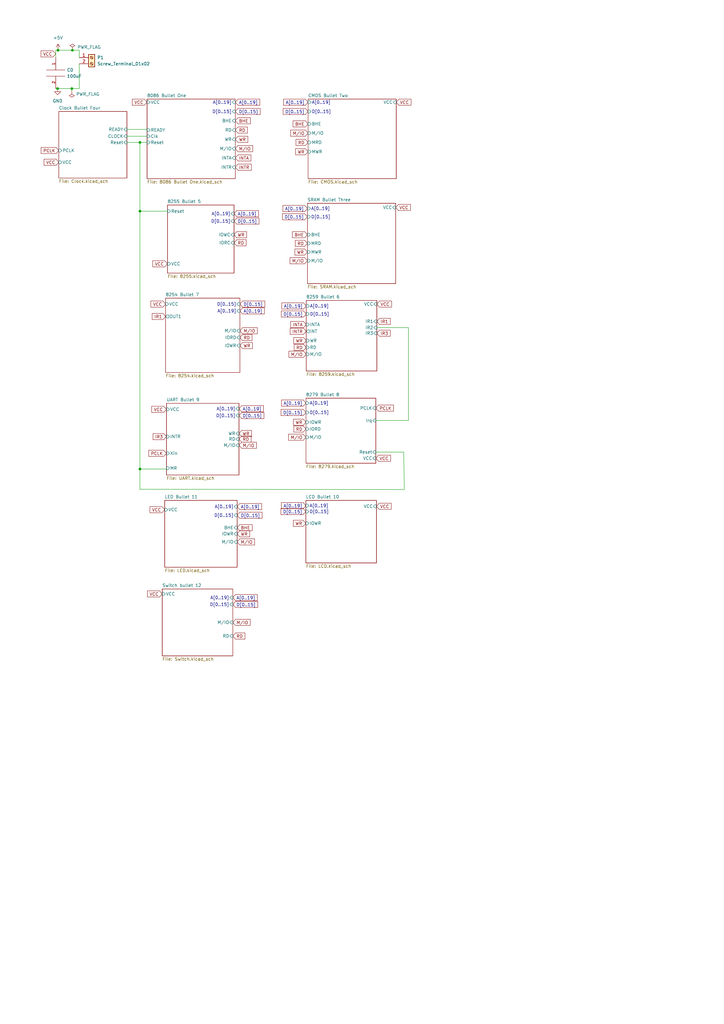
<source format=kicad_sch>
(kicad_sch (version 20211123) (generator eeschema)
  (paper "A3" portrait)
  (lib_symbols
    (symbol "Connector:Screw_Terminal_01x02" (pin_names (offset 1.016) hide)
      (property "Reference" "J" (at 0 2.54 0))
      (property "Value" "Screw_Terminal_01x02" (at 0 -5.08 0))
      (symbol "Screw_Terminal_01x02_1_1"
        (rectangle (start -1.27 1.27) (end 1.27 -3.81) (stroke (width 0.254)) (fill (type background)))
        (circle (center 0 -2.54) (radius 0.635) (stroke (width 0.1524)))
        (polyline (pts (xy -0.5334 -2.2098) (xy 0.3302 -3.048)) (stroke (width 0.1524)))
        (polyline (pts (xy -0.5334 0.3302) (xy 0.3302 -0.508)) (stroke (width 0.1524)))
        (polyline (pts (xy -0.3556 -2.032) (xy 0.508 -2.8702)) (stroke (width 0.1524)))
        (polyline (pts (xy -0.3556 0.508) (xy 0.508 -0.3302)) (stroke (width 0.1524)))
        (circle (center 0 0) (radius 0.635) (stroke (width 0.1524)))
        (pin passive line (at -5.08 0 0) (length 3.81) (name "Pin_1") (number "1"))
        (pin passive line (at -5.08 -2.54 0) (length 3.81) (name "Pin_2") (number "2"))
      )
    )
    (symbol "power:+5V" (power) (pin_names (offset 0))
      (property "Value" "+5V" (at 0 3.556 0))
      (symbol "+5V_0_1"
        (polyline (pts (xy -0.762 1.27) (xy 0 2.54)))
        (polyline (pts (xy 0 0) (xy 0 2.54)))
        (polyline (pts (xy 0 2.54) (xy 0.762 1.27)))
      )
      (symbol "+5V_1_1"
        (pin power_in line (at 0 0 90) (length 0) hide (name "+5V") (number "1"))
      )
    )
    (symbol "power:GND" (power) (pin_names (offset 0))
      (property "Value" "GND" (at 0 -3.81 0))
      (symbol "GND_0_1"
        (polyline (pts (xy 0 0) (xy 0 -1.27) (xy 1.27 -1.27) (xy 0 -2.54) (xy -1.27 -1.27) (xy 0 -1.27)))
      )
      (symbol "GND_1_1"
        (pin power_in line (at 0 0 270) (length 0) hide (name "GND") (number "1"))
      )
    )
    (symbol "power:PWR_FLAG" (power) (pin_numbers hide) (pin_names (offset 0) hide)
      (property "Value" "PWR_FLAG" (at 0 3.81 0))
      (symbol "PWR_FLAG_0_0"
        (pin power_out line (at 0 0 90) (length 0) (name "pwr") (number "1"))
      )
      (symbol "PWR_FLAG_0_1"
        (polyline (pts (xy 0 0) (xy 0 1.27) (xy -1.016 1.905) (xy 0 2.54) (xy 1.016 1.905) (xy 0 1.27)))
      )
    )
    (symbol "pspice:CAP" (pin_names (offset 0.254))
      (property "Reference" "C" (at 2.54 3.81 90))
      (property "Value" "CAP" (at 2.54 -3.81 90))
      (symbol "CAP_0_1"
        (polyline (pts (xy -3.81 -1.27) (xy 3.81 -1.27)))
        (polyline (pts (xy -3.81 1.27) (xy 3.81 1.27)))
      )
      (symbol "CAP_1_1"
        (pin passive line (at 0 6.35 270) (length 5.08) (name "~") (number "1"))
        (pin passive line (at 0 -6.35 90) (length 5.08) (name "~") (number "2"))
      )
    )
  )
  (junction (at 57.404 58.42))
  (junction (at 29.7017 20.6107))
  (junction (at 23.622 36.322))
  (junction (at 29.464 36.322))
  (junction (at 23.8018 20.6107))
  (junction (at 57.404 192.362))
  (junction (at 57.404 86.614))
  (wire (pts (xy 29.7017 20.6107) (xy 32.512 20.6107)))
  (wire (pts (xy 57.404 86.614) (xy 68.707 86.614)))
  (wire (pts (xy 29.464 36.322) (xy 32.512 36.322)))
  (wire (pts (xy 23.622 36.322) (xy 29.464 36.322)))
  (wire (pts (xy 57.404 58.42) (xy 57.404 86.614)))
  (wire (pts (xy 167.5529 134.366) (xy 154.591 134.366)))
  (wire (pts (xy 57.404 192.362) (xy 57.404 200.66)))
  (wire (pts (xy 32.512 20.6107) (xy 32.512 23.622)))
  (wire (pts (xy 57.404 192.362) (xy 68.285 192.362)))
  (wire (pts (xy 32.512 26.162) (xy 32.512 36.322)))
  (wire (pts (xy 29.464 37.338) (xy 29.464 36.322)))
  (wire (pts (xy 154.178 172.466) (xy 167.5529 172.466)))
  (wire (pts (xy 57.404 86.614) (xy 57.404 192.362)))
  (wire (pts (xy 22.86 20.6107) (xy 22.86 23.622)))
  (wire (pts (xy 165.862 200.7889) (xy 165.608 185.42)))
  (wire (pts (xy 52.07 53.086) (xy 60.325 53.086)))
  (wire (pts (xy 22.86 20.6107) (xy 23.8018 20.6107)))
  (wire (pts (xy 23.8018 20.6107) (xy 29.7017 20.6107)))
  (wire (pts (xy 57.404 58.42) (xy 60.325 58.42)))
  (wire (pts (xy 57.404 200.66) (xy 165.862 200.7889)))
  (wire (pts (xy 165.608 185.42) (xy 154.178 185.42)))
  (wire (pts (xy 52.07 58.42) (xy 57.404 58.42)))
  (wire (pts (xy 60.325 53.086) (xy 60.325 53.34)))
  (wire (pts (xy 22.86 36.322) (xy 23.622 36.322)))
  (wire (pts (xy 167.5529 172.466) (xy 167.5529 134.366)))
  (wire (pts (xy 52.07 55.88) (xy 60.325 55.88)))
  (wire (pts (xy 68.285 192.362) (xy 68.285 192.024)))
  (global_label "M{slash}IO" (shape input) (at 96.52 60.96 0) (property "Intersheet References" "${INTERSHEET_REFS}" (effects hide)))
  (global_label "WR" (shape input) (at 126.1098 103.378 180) (property "Intersheet References" "${INTERSHEET_REFS}" (effects hide)))
  (global_label "VCC" (shape input) (at 24.13 66.548 180) (property "Intersheet References" "${INTERSHEET_REFS}" (effects hide)))
  (global_label "RD" (shape input) (at 95.504 260.858 0) (property "Intersheet References" "${INTERSHEET_REFS}" (effects hide)))
  (global_label "VCC" (shape input) (at 60.325 41.91 180) (property "Intersheet References" "${INTERSHEET_REFS}" (effects hide)))
  (global_label "M{slash}IO" (shape input) (at 98.044 182.626 0) (property "Intersheet References" "${INTERSHEET_REFS}" (effects hide)))
  (global_label "A[0..19]" (shape input) (at 125.5151 165.2975 180) (property "Intersheet References" "${INTERSHEET_REFS}" (effects hide)))
  (global_label "VCC" (shape input) (at 154.178 187.96 0) (property "Intersheet References" "${INTERSHEET_REFS}" (effects hide)))
  (global_label "A[0..19]" (shape input) (at 126.1098 85.498 180) (property "Intersheet References" "${INTERSHEET_REFS}" (effects hide)))
  (global_label "WR" (shape input) (at 97.282 218.948 0) (property "Intersheet References" "${INTERSHEET_REFS}" (effects hide)))
  (global_label "BHE" (shape input) (at 126.1098 96.266 180) (property "Intersheet References" "${INTERSHEET_REFS}" (effects hide)))
  (global_label "D[0..15]" (shape input) (at 98.4102 124.714 0) (property "Intersheet References" "${INTERSHEET_REFS}" (effects hide)))
  (global_label "VCC" (shape input) (at 162.56 41.91 0) (property "Intersheet References" "${INTERSHEET_REFS}" (effects hide)))
  (global_label "D[0..15]" (shape input) (at 125.635 128.778 180) (property "Intersheet References" "${INTERSHEET_REFS}" (effects hide)))
  (global_label "A[0..19]" (shape input) (at 125.635 125.476 180) (property "Intersheet References" "${INTERSHEET_REFS}" (effects hide)))
  (global_label "BHE" (shape input) (at 96.52 49.53 0) (property "Intersheet References" "${INTERSHEET_REFS}" (effects hide)))
  (global_label "M{slash}IO" (shape input) (at 97.282 222.25 0) (property "Intersheet References" "${INTERSHEET_REFS}" (effects hide)))
  (global_label "RD" (shape input) (at 126.3832 58.42 180) (property "Intersheet References" "${INTERSHEET_REFS}" (effects hide)))
  (global_label "VCC" (shape input) (at 154.432 207.6613 0) (property "Intersheet References" "${INTERSHEET_REFS}" (effects hide)))
  (global_label "WR" (shape input) (at 98.044 177.8 0) (property "Intersheet References" "${INTERSHEET_REFS}" (effects hide)))
  (global_label "VCC" (shape input) (at 67.9302 124.714 180) (property "Intersheet References" "${INTERSHEET_REFS}" (effects hide)))
  (global_label "WR" (shape input) (at 125.635 139.7 180) (property "Intersheet References" "${INTERSHEET_REFS}" (effects hide)))
  (global_label "PCLK" (shape input) (at 154.178 167.386 0) (property "Intersheet References" "${INTERSHEET_REFS}" (effects hide)))
  (global_label "RD" (shape input) (at 126.1098 99.822 180) (property "Intersheet References" "${INTERSHEET_REFS}" (effects hide)))
  (global_label "VCC" (shape input) (at 68.285 167.894 180) (property "Intersheet References" "${INTERSHEET_REFS}" (effects hide)))
  (global_label "INTA" (shape input) (at 96.52 64.77 0) (property "Intersheet References" "${INTERSHEET_REFS}" (effects hide)))
  (global_label "PCLK" (shape input) (at 68.285 185.928 180) (property "Intersheet References" "${INTERSHEET_REFS}" (effects hide)))
  (global_label "A[0..19]" (shape input) (at 125.476 207.3777 180) (property "Intersheet References" "${INTERSHEET_REFS}" (effects hide)))
  (global_label "INTR" (shape input) (at 96.52 68.58 0) (property "Intersheet References" "${INTERSHEET_REFS}" (effects hide)))
  (global_label "VCC" (shape input) (at 22.86 22.098 180) (property "Intersheet References" "${INTERSHEET_REFS}" (effects hide)))
  (global_label "M{slash}IO" (shape input) (at 98.4102 135.636 0) (property "Intersheet References" "${INTERSHEET_REFS}" (effects hide)))
  (global_label "WR" (shape input) (at 126.3832 62.23 180) (property "Intersheet References" "${INTERSHEET_REFS}" (effects hide)))
  (global_label "VCC" (shape input) (at 154.591 124.714 0) (property "Intersheet References" "${INTERSHEET_REFS}" (effects hide)))
  (global_label "RD" (shape input) (at 98.044 180.086 0) (property "Intersheet References" "${INTERSHEET_REFS}" (effects hide)))
  (global_label "D[0..15]" (shape input) (at 98.044 170.434 0) (property "Intersheet References" "${INTERSHEET_REFS}" (effects hide)))
  (global_label "M{slash}IO" (shape input) (at 95.504 255.27 0) (property "Intersheet References" "${INTERSHEET_REFS}" (effects hide)))
  (global_label "IR1" (shape input) (at 67.9302 129.794 180) (property "Intersheet References" "${INTERSHEET_REFS}" (effects hide)))
  (global_label "VCC" (shape input) (at 67.564 209.042 180) (property "Intersheet References" "${INTERSHEET_REFS}" (effects hide)))
  (global_label "M{slash}IO" (shape input) (at 126.1098 106.934 180) (property "Intersheet References" "${INTERSHEET_REFS}" (effects hide)))
  (global_label "BHE" (shape input) (at 97.282 216.408 0) (property "Intersheet References" "${INTERSHEET_REFS}" (effects hide)))
  (global_label "VCC" (shape input) (at 66.548 243.586 180) (property "Intersheet References" "${INTERSHEET_REFS}" (effects hide)))
  (global_label "D[0..15]" (shape input) (at 125.5151 169.164 180) (property "Intersheet References" "${INTERSHEET_REFS}" (effects hide)))
  (global_label "RD" (shape input) (at 98.4102 138.43 0) (property "Intersheet References" "${INTERSHEET_REFS}" (effects hide)))
  (global_label "INTR" (shape input) (at 125.635 135.89 180) (property "Intersheet References" "${INTERSHEET_REFS}" (effects hide)))
  (global_label "BHE" (shape input) (at 126.3832 50.8 180) (property "Intersheet References" "${INTERSHEET_REFS}" (effects hide)))
  (global_label "INTA" (shape input) (at 125.635 133.096 180) (property "Intersheet References" "${INTERSHEET_REFS}" (effects hide)))
  (global_label "WR" (shape input) (at 98.4102 141.732 0) (property "Intersheet References" "${INTERSHEET_REFS}" (effects hide)))
  (global_label "A[0..19]" (shape input) (at 95.504 245.11 0) (property "Intersheet References" "${INTERSHEET_REFS}" (effects hide)))
  (global_label "M{slash}IO" (shape input) (at 126.3832 54.61 180) (property "Intersheet References" "${INTERSHEET_REFS}" (effects hide)))
  (global_label "RD" (shape input) (at 96.012 99.568 0) (property "Intersheet References" "${INTERSHEET_REFS}" (effects hide)))
  (global_label "WR" (shape input) (at 96.52 57.15 0) (property "Intersheet References" "${INTERSHEET_REFS}" (effects hide)))
  (global_label "PCLK" (shape input) (at 24.13 61.722 180) (property "Intersheet References" "${INTERSHEET_REFS}" (effects hide)))
  (global_label "WR" (shape input) (at 125.5151 173.1712 180) (property "Intersheet References" "${INTERSHEET_REFS}" (effects hide)))
  (global_label "A[0..19]" (shape input) (at 98.044 167.64 0) (property "Intersheet References" "${INTERSHEET_REFS}" (effects hide)))
  (global_label "M{slash}IO" (shape input) (at 125.635 145.288 180) (property "Intersheet References" "${INTERSHEET_REFS}" (effects hide)))
  (global_label "WR" (shape input) (at 125.476 214.63 180) (property "Intersheet References" "${INTERSHEET_REFS}" (effects hide)))
  (global_label "A[0..19]" (shape input) (at 96.52 41.91 0) (property "Intersheet References" "${INTERSHEET_REFS}" (effects hide)))
  (global_label "D[0..15]" (shape input) (at 96.012 90.678 0) (property "Intersheet References" "${INTERSHEET_REFS}" (effects hide)))
  (global_label "WR" (shape input) (at 96.012 96.266 0) (property "Intersheet References" "${INTERSHEET_REFS}" (effects hide)))
  (global_label "VCC" (shape input) (at 162.3247 85.09 0) (property "Intersheet References" "${INTERSHEET_REFS}" (effects hide)))
  (global_label "A[0..19]" (shape input) (at 126.3832 41.91 180) (property "Intersheet References" "${INTERSHEET_REFS}" (effects hide)))
  (global_label "D[0..15]" (shape input) (at 96.52 45.72 0) (property "Intersheet References" "${INTERSHEET_REFS}" (effects hide)))
  (global_label "D[0..15]" (shape input) (at 126.1098 88.9 180) (property "Intersheet References" "${INTERSHEET_REFS}" (effects hide)))
  (global_label "A[0..19]" (shape input) (at 98.4102 127.508 0) (property "Intersheet References" "${INTERSHEET_REFS}" (effects hide)))
  (global_label "IR1" (shape input) (at 154.591 131.826 0) (property "Intersheet References" "${INTERSHEET_REFS}" (effects hide)))
  (global_label "D[0..15]" (shape input) (at 97.282 211.328 0) (property "Intersheet References" "${INTERSHEET_REFS}" (effects hide)))
  (global_label "D[0..15]" (shape input) (at 126.3832 45.72 180) (property "Intersheet References" "${INTERSHEET_REFS}" (effects hide)))
  (global_label "IR3" (shape input) (at 68.285 179.07 180) (property "Intersheet References" "${INTERSHEET_REFS}" (effects hide)))
  (global_label "VCC" (shape input) (at 68.707 108.204 180) (property "Intersheet References" "${INTERSHEET_REFS}" (effects hide)))
  (global_label "A[0..19]" (shape input) (at 96.012 87.63 0) (property "Intersheet References" "${INTERSHEET_REFS}" (effects hide)))
  (global_label "RD" (shape input) (at 125.5151 175.9652 180) (property "Intersheet References" "${INTERSHEET_REFS}" (effects hide)))
  (global_label "RD" (shape input) (at 96.52 53.34 0) (property "Intersheet References" "${INTERSHEET_REFS}" (effects hide)))
  (global_label "D[0..15]" (shape input) (at 95.504 247.904 0) (property "Intersheet References" "${INTERSHEET_REFS}" (effects hide)))
  (global_label "D[0..15]" (shape input) (at 125.476 209.8039 180) (property "Intersheet References" "${INTERSHEET_REFS}" (effects hide)))
  (global_label "M{slash}IO" (shape input) (at 125.5151 179.324 180) (property "Intersheet References" "${INTERSHEET_REFS}" (effects hide)))
  (global_label "A[0..19]" (shape input) (at 97.282 207.772 0) (property "Intersheet References" "${INTERSHEET_REFS}" (effects hide)))
  (global_label "IR3" (shape input) (at 154.591 136.652 0) (property "Intersheet References" "${INTERSHEET_REFS}" (effects hide)))
  (global_label "RD" (shape input) (at 125.635 142.494 180) (property "Intersheet References" "${INTERSHEET_REFS}" (effects hide)))
  (symbol (lib_id "pspice:CAP") (at 22.86 29.972 0) (unit 1)
    (property "Reference" "C0" (at 27.432 28.7019 0) (effects (justify left)))
    (property "Value" "100uF" (at 27.432 31.2419 0) (effects (justify left)))
    (property "Footprint" "Capacitor_THT:CP_Axial_L10.0mm_D4.5mm_P15.00mm_Horizontal" (effects hide))
  )
  (symbol (lib_id "power:GND") (at 23.622 36.322 0) (unit 1)
    (property "Reference" "#PWR0163" (effects hide))
    (property "Value" "GND" (at 23.622 41.402 0))
  )
  (symbol (lib_id "Connector:Screw_Terminal_01x02") (at 37.592 23.622 0) (unit 1)
    (property "Reference" "P1" (at 39.878 23.6219 0) (effects (justify left)))
    (property "Value" "Screw_Terminal_01x02" (at 39.878 26.1619 0) (effects (justify left)))
    (property "Footprint" "TerminalBlock:TerminalBlock_Altech_AK300-2_P5.00mm" (effects hide))
  )
  (symbol (lib_id "power:+5V") (at 23.8018 20.6107 0) (unit 1)
    (property "Reference" "#PWR0157" (effects hide))
    (property "Value" "+5V" (at 23.8018 15.4922 0))
  )
  (symbol (lib_id "power:PWR_FLAG") (at 29.7017 20.6107 0) (unit 1)
    (property "Reference" "#FLG0102" (effects hide))
    (property "Value" "PWR_FLAG" (at 31.7337 19.3406 0) (effects (justify left)))
  )
  (symbol (lib_id "power:PWR_FLAG") (at 29.464 37.338 180) (unit 1)
    (property "Reference" "#FLG0101" (effects hide))
    (property "Value" "PWR_FLAG" (at 31.2011 38.6079 0) (effects (justify right)))
  )
  (sheet (at 68.285 165.4023) (size 29.759 29.4157) (stroke (width 0.1524))
    (property "Sheet name" "UART Bullet 9" (at 68.285 164.6907 0) (effects (justify left bottom)))
    (property "Sheet file" "UART.kicad_sch" (at 68.285 195.4026 0) (effects (justify left top)))
    (pin "D[0..15]" input (at 98.044 170.434 0))
    (pin "Xin" input (at 68.285 185.928 180))
    (pin "A[0..19]" input (at 98.044 167.64 0))
    (pin "M{slash}IO" input (at 98.044 182.626 0))
    (pin "VCC" input (at 68.285 167.894 180))
    (pin "RD" input (at 98.044 180.086 0))
    (pin "INTR" input (at 68.285 179.07 180))
    (pin "WR" input (at 98.044 177.8 0))
    (pin "MR" input (at 68.285 192.024 180))
  )
  (sheet (at 66.548 241.554) (size 28.956 27.432) (stroke (width 0.1524))
    (property "Sheet name" "Switch bullet 12" (at 66.548 240.8424 0) (effects (justify left bottom)))
    (property "Sheet file" "Switch.kicad_sch" (at 66.548 269.5706 0) (effects (justify left top)))
    (pin "D[0..15]" input (at 95.504 247.904 0))
    (pin "M{slash}IO" input (at 95.504 255.27 0))
    (pin "VCC" input (at 66.548 243.586 180))
    (pin "A[0..19]" input (at 95.504 245.11 0))
    (pin "RD" input (at 95.504 260.858 0))
  )
  (sheet (at 68.707 84.074) (size 27.305 27.94) (stroke (width 0.1524))
    (property "Sheet name" "8255 Bullet 5" (at 68.707 83.3624 0) (effects (justify left bottom)))
    (property "Sheet file" "8255.kicad_sch" (at 68.707 112.5986 0) (effects (justify left top)))
    (pin "Reset" input (at 68.707 86.614 180))
    (pin "IORC" input (at 96.012 99.568 0))
    (pin "IOWC" input (at 96.012 96.266 0))
    (pin "VCC" input (at 68.707 108.204 180))
    (pin "A[0..19]" input (at 96.012 87.63 0))
    (pin "D[0..15]" input (at 96.012 90.678 0))
  )
  (sheet (at 24.13 45.72) (size 27.94 27.305) (stroke (width 0.1524))
    (property "Sheet name" "Clock Bullet Four" (at 24.13 45.0084 0) (effects (justify left bottom)))
    (property "Sheet file" "Clock.kicad_sch" (at 24.13 73.6096 0) (effects (justify left top)))
    (pin "CLOCK" input (at 52.07 55.88 0))
    (pin "Reset" input (at 52.07 58.42 0))
    (pin "VCC" input (at 24.13 66.548 180))
    (pin "READY" input (at 52.07 53.086 0))
    (pin "PCLK" input (at 24.13 61.722 180))
  )
  (sheet (at 126.1098 83.3921) (size 36.2149 32.9089) (stroke (width 0.1524))
    (property "Sheet name" "SRAM Bullet Three" (at 126.1098 82.6805 0) (effects (justify left bottom)))
    (property "Sheet file" "SRAM.kicad_sch" (at 126.1098 116.8856 0) (effects (justify left top)))
    (pin "A[0..19]" input (at 126.1098 85.498 180))
    (pin "D[0..15]" input (at 126.1098 88.9 180))
    (pin "VCC" input (at 162.3247 85.09 0))
    (pin "BHE" input (at 126.1098 96.266 180))
    (pin "MRD" input (at 126.1098 99.822 180))
    (pin "MWR" input (at 126.1098 103.378 180))
    (pin "M{slash}IO" input (at 126.1098 106.934 180))
  )
  (sheet (at 67.564 205.232) (size 29.718 27.432) (stroke (width 0.1524))
    (property "Sheet name" "LED Bullet 11" (at 67.564 204.5204 0) (effects (justify left bottom)))
    (property "Sheet file" "LED.kicad_sch" (at 67.564 233.2486 0) (effects (justify left top)))
    (pin "VCC" input (at 67.564 209.042 180))
    (pin "D[0..15]" input (at 97.282 211.328 0))
    (pin "A[0..19]" input (at 97.282 207.772 0))
    (pin "IOWR" input (at 97.282 218.948 0))
    (pin "M{slash}IO" input (at 97.282 222.25 0))
    (pin "BHE" input (at 97.282 216.408 0))
  )
  (sheet (at 125.635 123.2103) (size 28.956 28.956) (stroke (width 0.1524))
    (property "Sheet name" "8259 Bullet 6" (at 125.635 122.4987 0) (effects (justify left bottom)))
    (property "Sheet file" "8259.kicad_sch" (at 125.635 152.7509 0) (effects (justify left top)))
    (pin "VCC" input (at 154.591 124.714 0))
    (pin "WR" input (at 125.635 139.7 180))
    (pin "INT" output (at 125.635 135.89 180))
    (pin "RD" input (at 125.635 142.494 180))
    (pin "M{slash}IO" input (at 125.635 145.288 180))
    (pin "INTA" input (at 125.635 133.096 180))
    (pin "D[0..15]" input (at 125.635 128.778 180))
    (pin "IR1" input (at 154.591 131.826 0))
    (pin "IR3" input (at 154.591 136.652 0))
    (pin "IR2" input (at 154.591 134.366 0))
    (pin "A[0..19]" input (at 125.635 125.476 180))
  )
  (sheet (at 125.476 205.232) (size 28.956 25.654) (stroke (width 0.1524))
    (property "Sheet name" "LCD Bullet 10" (at 125.476 204.5204 0) (effects (justify left bottom)))
    (property "Sheet file" "LCD.kicad_sch" (at 125.476 231.4706 0) (effects (justify left top)))
    (pin "D[0..15]" input (at 125.476 209.8039 180))
    (pin "VCC" input (at 154.432 207.6613 0))
    (pin "A[0..19]" input (at 125.476 207.3777 180))
    (pin "IOWR" input (at 125.476 214.63 180))
  )
  (sheet (at 125.5151 163.3123) (size 28.6629 26.6797) (stroke (width 0.1524))
    (property "Sheet name" "8279 Bullet 8" (at 125.5151 162.6007 0) (effects (justify left bottom)))
    (property "Sheet file" "8279.kicad_sch" (at 125.5151 190.5766 0) (effects (justify left top)))
    (pin "PCLK" input (at 154.178 167.386 0))
    (pin "VCC" input (at 154.178 187.96 0))
    (pin "Reset" input (at 154.178 185.42 0))
    (pin "Irq" input (at 154.178 172.466 0))
    (pin "D[0..15]" input (at 125.5151 169.164 180))
    (pin "A[0..19]" input (at 125.5151 165.2975 180))
    (pin "M{slash}IO" input (at 125.5151 179.324 180))
    (pin "IORD" input (at 125.5151 175.9652 180))
    (pin "IOWR" input (at 125.5151 173.1712 180))
  )
  (sheet (at 67.9302 122.2934) (size 30.48 30.48) (stroke (width 0.1524))
    (property "Sheet name" "8254 Bullet 7" (at 67.9302 121.5818 0) (effects (justify left bottom)))
    (property "Sheet file" "8254.kicad_sch" (at 67.9302 153.358 0) (effects (justify left top)))
    (pin "VCC" input (at 67.9302 124.714 180))
    (pin "D[0..15]" input (at 98.4102 124.714 0))
    (pin "OUT1" output (at 67.9302 129.794 180))
    (pin "IORD" input (at 98.4102 138.43 0))
    (pin "IOWR" input (at 98.4102 141.732 0))
    (pin "A[0..19]" input (at 98.4102 127.508 0))
    (pin "M{slash}IO" input (at 98.4102 135.636 0))
  )
  (sheet (at 60.325 40.64) (size 36.195 32.639) (stroke (width 0.1524))
    (property "Sheet name" "8086 Bullet One" (at 60.325 39.9284 0) (effects (justify left bottom)))
    (property "Sheet file" "8086 Bullet One.kicad_sch" (at 60.325 73.8636 0) (effects (justify left top)))
    (pin "D[0..15]" input (at 96.52 45.72 0))
    (pin "A[0..19]" input (at 96.52 41.91 0))
    (pin "VCC" input (at 60.325 41.91 180))
    (pin "BHE" input (at 96.52 49.53 0))
    (pin "RD" input (at 96.52 53.34 0))
    (pin "WR" input (at 96.52 57.15 0))
    (pin "M{slash}IO" input (at 96.52 60.96 0))
    (pin "INTA" input (at 96.52 64.77 0))
    (pin "Reset" input (at 60.325 58.42 180))
    (pin "READY" input (at 60.325 53.34 180))
    (pin "Clk" input (at 60.325 55.88 180))
    (pin "INTR" input (at 96.52 68.58 0))
  )
  (sheet (at 126.3832 40.64) (size 36.1768 32.6292) (stroke (width 0.1524))
    (property "Sheet name" "CMOS Bullet Two" (at 126.3832 39.9284 0) (effects (justify left bottom)))
    (property "Sheet file" "CMOS.kicad_sch" (at 126.3832 73.8538 0) (effects (justify left top)))
    (pin "A[0..19]" input (at 126.3832 41.91 180))
    (pin "MWR" input (at 126.3832 62.23 180))
    (pin "VCC" input (at 162.56 41.91 0))
    (pin "MRD" input (at 126.3832 58.42 180))
    (pin "D[0..15]" input (at 126.3832 45.72 180))
    (pin "BHE" input (at 126.3832 50.8 180))
    (pin "M{slash}IO" input (at 126.3832 54.61 180))
  )
)
</source>
